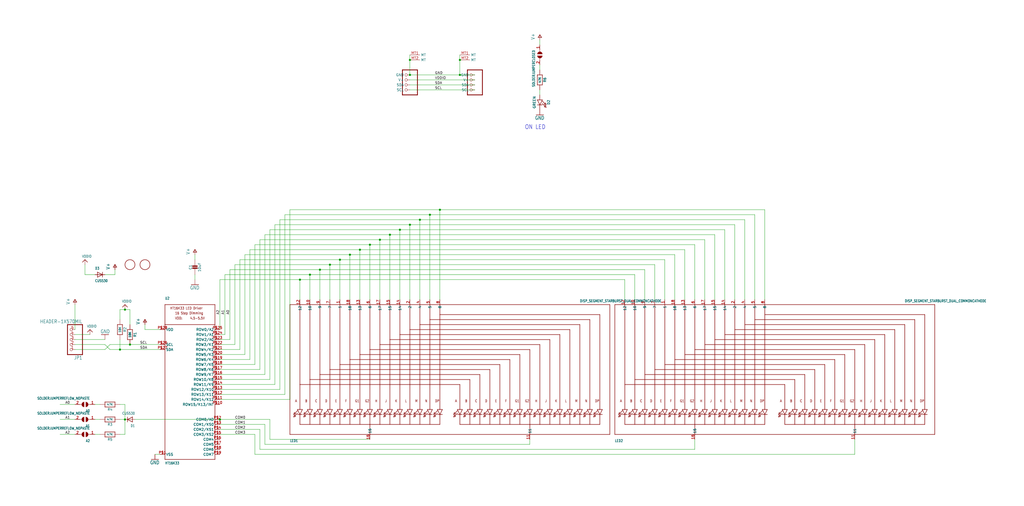
<source format=kicad_sch>
(kicad_sch (version 20211123) (generator eeschema)
  (paper "User" 520.344 257.505)
  (lib_symbols
    (symbol "eagleSchem-eagle-import:CAP_CERAMIC0805-NOOUTLINE"
      (property "Reference" "C" (at -2.29 1.25 90))
      (property "Value" "CAP_CERAMIC0805-NOOUTLINE" (at 2.3 1.25 90))
      (symbol "CAP_CERAMIC0805-NOOUTLINE_1_0"
        (pin passive line (at 0 5.08 270) (length 2.54) (name "1") (number "1"))
        (pin passive line (at 0 -2.54 90) (length 2.54) (name "2") (number "2"))
      )
    )
    (symbol "eagleSchem-eagle-import:DIODESOD-323F"
      (property "Reference" "D" (at -2.54 2.54 0))
      (property "Value" "DIODESOD-323F" (at -2.54 -3.81 0))
      (symbol "DIODESOD-323F_1_0"
        (pin passive line (at -2.54 0 0) (length 2.54) (name "A") (number "A"))
        (pin passive line (at 2.54 0 180) (length 2.54) (name "C") (number "C"))
      )
    )
    (symbol "eagleSchem-eagle-import:DISP_SEGMENT_STARBURST_DUAL_COMMONCATHODE"
      (property "Reference" "LED" (at -81.28 38.1 0))
      (property "Value" "DISP_SEGMENT_STARBURST_DUAL_COMMONCATHODE" (at 66.04 -33.02 0))
      (symbol "DISP_SEGMENT_STARBURST_DUAL_COMMONCATHODE_1_0"
        (text "A" (at -78.74 17.78 0) (effects (font (size 1.27 1.0795)) (justify left bottom)))
        (text "A" (at 2.54 17.78 0) (effects (font (size 1.27 1.0795)) (justify left bottom)))
        (text "B" (at -73.66 17.78 0) (effects (font (size 1.27 1.0795)) (justify left bottom)))
        (text "B" (at 7.62 17.78 0) (effects (font (size 1.27 1.0795)) (justify left bottom)))
        (text "C" (at -68.58 17.78 0) (effects (font (size 1.27 1.0795)) (justify left bottom)))
        (text "C" (at 12.7 17.78 0) (effects (font (size 1.27 1.0795)) (justify left bottom)))
        (text "D" (at -63.5 17.78 0) (effects (font (size 1.27 1.0795)) (justify left bottom)))
        (text "D" (at 17.78 17.78 0) (effects (font (size 1.27 1.0795)) (justify left bottom)))
        (text "DP" (at -7.62 17.78 0) (effects (font (size 1.27 1.0795)) (justify left bottom)))
        (text "DP" (at 73.66 17.78 0) (effects (font (size 1.27 1.0795)) (justify left bottom)))
        (text "E" (at -58.42 17.78 0) (effects (font (size 1.27 1.0795)) (justify left bottom)))
        (text "E" (at 22.86 17.78 0) (effects (font (size 1.27 1.0795)) (justify left bottom)))
        (text "F" (at -53.34 17.78 0) (effects (font (size 1.27 1.0795)) (justify left bottom)))
        (text "F" (at 27.94 17.78 0) (effects (font (size 1.27 1.0795)) (justify left bottom)))
        (text "G1" (at -48.26 17.78 0) (effects (font (size 1.27 1.0795)) (justify left bottom)))
        (text "G1" (at 33.02 17.78 0) (effects (font (size 1.27 1.0795)) (justify left bottom)))
        (text "G2" (at -43.18 17.78 0) (effects (font (size 1.27 1.0795)) (justify left bottom)))
        (text "G2" (at 38.1 17.78 0) (effects (font (size 1.27 1.0795)) (justify left bottom)))
        (text "H" (at -38.1 17.78 0) (effects (font (size 1.27 1.0795)) (justify left bottom)))
        (text "H" (at 43.18 17.78 0) (effects (font (size 1.27 1.0795)) (justify left bottom)))
        (text "J" (at -33.02 17.78 0) (effects (font (size 1.27 1.0795)) (justify left bottom)))
        (text "J" (at 48.26 17.78 0) (effects (font (size 1.27 1.0795)) (justify left bottom)))
        (text "K" (at -27.94 17.78 0) (effects (font (size 1.27 1.0795)) (justify left bottom)))
        (text "K" (at 53.34 17.78 0) (effects (font (size 1.27 1.0795)) (justify left bottom)))
        (text "L" (at -22.86 17.78 0) (effects (font (size 1.27 1.0795)) (justify left bottom)))
        (text "L" (at 58.42 17.78 0) (effects (font (size 1.27 1.0795)) (justify left bottom)))
        (text "M" (at -17.78 17.78 0) (effects (font (size 1.27 1.0795)) (justify left bottom)))
        (text "M" (at 63.5 17.78 0) (effects (font (size 1.27 1.0795)) (justify left bottom)))
        (text "N" (at -12.7 17.78 0) (effects (font (size 1.27 1.0795)) (justify left bottom)))
        (text "N" (at 68.58 17.78 0) (effects (font (size 1.27 1.0795)) (justify left bottom)))
        (pin bidirectional line (at -55.88 -33.02 90) (length 2.54) (name "1") (number "1"))
        (pin bidirectional line (at -71.12 -33.02 90) (length 2.54) (name "10") (number "10"))
        (pin bidirectional line (at 40.64 38.1 270) (length 2.54) (name "11") (number "11"))
        (pin bidirectional line (at -76.2 -33.02 90) (length 2.54) (name "12") (number "12"))
        (pin bidirectional line (at -45.72 -33.02 90) (length 2.54) (name "13") (number "13"))
        (pin bidirectional line (at -25.4 -33.02 90) (length 2.54) (name "14") (number "14"))
        (pin bidirectional line (at -30.48 -33.02 90) (length 2.54) (name "15") (number "15"))
        (pin bidirectional line (at -40.64 38.1 270) (length 2.54) (name "16") (number "16"))
        (pin bidirectional line (at -35.56 -33.02 90) (length 2.54) (name "17") (number "17"))
        (pin bidirectional line (at -50.8 -33.02 90) (length 2.54) (name "18") (number "18"))
        (pin bidirectional line (at -20.32 -33.02 90) (length 2.54) (name "2") (number "2"))
        (pin bidirectional line (at -15.24 -33.02 90) (length 2.54) (name "4") (number "4"))
        (pin bidirectional line (at -10.16 -33.02 90) (length 2.54) (name "5") (number "5"))
        (pin bidirectional line (at -40.64 -33.02 90) (length 2.54) (name "6") (number "6"))
        (pin bidirectional line (at -60.96 -33.02 90) (length 2.54) (name "7") (number "7"))
        (pin bidirectional line (at -5.08 -33.02 90) (length 2.54) (name "8") (number "8"))
        (pin bidirectional line (at -66.04 -33.02 90) (length 2.54) (name "9") (number "9"))
      )
    )
    (symbol "eagleSchem-eagle-import:FIDUCIAL")
    (symbol "eagleSchem-eagle-import:GND" (power)
      (property "Value" "GND" (at -2.54 -2.54 0))
      (symbol "GND_1_0"
        (pin power_in line (at 0 2.54 270) (length 2.54) (name "GND") (number "1"))
      )
    )
    (symbol "eagleSchem-eagle-import:HEADER-1X570MIL"
      (property "Reference" "JP" (at -6.35 8.255 0))
      (property "Value" "HEADER-1X570MIL" (at -6.35 -10.16 0))
      (symbol "HEADER-1X570MIL_1_0"
        (pin passive inverted (at -2.54 5.08 0) (length 2.54) (name "1") (number "1"))
        (pin passive inverted (at -2.54 2.54 0) (length 2.54) (name "2") (number "2"))
        (pin passive inverted (at -2.54 0 0) (length 2.54) (name "3") (number "3"))
        (pin passive inverted (at -2.54 -2.54 0) (length 2.54) (name "4") (number "4"))
        (pin passive inverted (at -2.54 -5.08 0) (length 2.54) (name "5") (number "5"))
      )
    )
    (symbol "eagleSchem-eagle-import:HT16K33_SOP28_SKINNY"
      (property "Reference" "U" (at -12.7 40.64 0))
      (property "Value" "HT16K33_SOP28_SKINNY" (at -12.7 -43.18 0))
      (symbol "HT16K33_SOP28_SKINNY_1_0"
        (text "16 Step Dimming" (at -7.62 33.02 0) (effects (font (size 1.27 1.0795)) (justify left bottom)))
        (text "4.5-5.5V" (at 0 30.48 0) (effects (font (size 1.27 1.0795)) (justify left bottom)))
        (text "HT16K33 LED Driver" (at -10.16 35.56 0) (effects (font (size 1.27 1.0795)) (justify left bottom)))
        (text "VDD:" (at -7.62 30.48 0) (effects (font (size 1.27 1.0795)) (justify left bottom)))
        (pin bidirectional line (at -15.24 -38.1 0) (length 2.54) (name "VSS") (number "P$1"))
        (pin bidirectional line (at 15.24 -12.7 180) (length 2.54) (name "ROW15/K13/INT") (number "P$10"))
        (pin bidirectional line (at 15.24 -10.16 180) (length 2.54) (name "ROW14/K12") (number "P$11"))
        (pin bidirectional line (at 15.24 -7.62 180) (length 2.54) (name "ROW13/K11") (number "P$12"))
        (pin bidirectional line (at 15.24 -5.08 180) (length 2.54) (name "ROW12/K10") (number "P$13"))
        (pin bidirectional line (at 15.24 -2.54 180) (length 2.54) (name "ROW11/K9") (number "P$14"))
        (pin bidirectional line (at 15.24 0 180) (length 2.54) (name "ROW10/K8") (number "P$15"))
        (pin bidirectional line (at 15.24 2.54 180) (length 2.54) (name "ROW9/K7") (number "P$16"))
        (pin bidirectional line (at 15.24 5.08 180) (length 2.54) (name "ROW8/K6") (number "P$17"))
        (pin bidirectional line (at 15.24 7.62 180) (length 2.54) (name "ROW7/K5") (number "P$18"))
        (pin bidirectional line (at 15.24 10.16 180) (length 2.54) (name "ROW6/K4") (number "P$19"))
        (pin bidirectional line (at 15.24 -20.32 180) (length 2.54) (name "COM0/AD") (number "P$2"))
        (pin bidirectional line (at 15.24 12.7 180) (length 2.54) (name "ROW5/K3") (number "P$20"))
        (pin bidirectional line (at 15.24 15.24 180) (length 2.54) (name "ROW4/K2") (number "P$21"))
        (pin bidirectional line (at 15.24 17.78 180) (length 2.54) (name "ROW3/K1") (number "P$22"))
        (pin bidirectional line (at 15.24 20.32 180) (length 2.54) (name "ROW2/A0") (number "P$23"))
        (pin bidirectional line (at 15.24 22.86 180) (length 2.54) (name "ROW1/A1") (number "P$24"))
        (pin bidirectional line (at 15.24 25.4 180) (length 2.54) (name "ROW0/A2") (number "P$25"))
        (pin bidirectional line (at -15.24 17.78 0) (length 2.54) (name "SCL") (number "P$26"))
        (pin bidirectional line (at -15.24 15.24 0) (length 2.54) (name "SDA") (number "P$27"))
        (pin bidirectional line (at -15.24 25.4 0) (length 2.54) (name "VDD") (number "P$28"))
        (pin bidirectional line (at 15.24 -22.86 180) (length 2.54) (name "COM1/KS0") (number "P$3"))
        (pin bidirectional line (at 15.24 -25.4 180) (length 2.54) (name "COM2/KS1") (number "P$4"))
        (pin bidirectional line (at 15.24 -27.94 180) (length 2.54) (name "COM3/KS2") (number "P$5"))
        (pin bidirectional line (at 15.24 -30.48 180) (length 2.54) (name "COM4") (number "P$6"))
        (pin bidirectional line (at 15.24 -33.02 180) (length 2.54) (name "COM5") (number "P$7"))
        (pin bidirectional line (at 15.24 -35.56 180) (length 2.54) (name "COM6") (number "P$8"))
        (pin bidirectional line (at 15.24 -38.1 180) (length 2.54) (name "COM7") (number "P$9"))
      )
    )
    (symbol "eagleSchem-eagle-import:LED0603_NOOUTLINE"
      (property "Reference" "D" (at -1.27 4.445 0))
      (property "Value" "LED0603_NOOUTLINE" (at -1.27 -2.794 0))
      (symbol "LED0603_NOOUTLINE_1_0"
        (pin passive line (at -5.08 0 0) (length 2.54) (name "A") (number "A"))
        (pin passive line (at 2.54 0 180) (length 2.54) (name "C") (number "C"))
      )
    )
    (symbol "eagleSchem-eagle-import:RESISTOR_0603_NOOUT"
      (property "Reference" "R" (at 0 2.54 0))
      (property "Value" "RESISTOR_0603_NOOUT" (at 0 0 0))
      (symbol "RESISTOR_0603_NOOUT_1_0"
        (pin passive line (at -5.08 0 0) (length 2.54) (name "1") (number "1"))
        (pin passive line (at 5.08 0 180) (length 2.54) (name "2") (number "2"))
      )
    )
    (symbol "eagleSchem-eagle-import:SOLDERJUMPERCLOSED"
      (property "Reference" "SJ" (at -2.54 2.54 0))
      (property "Value" "SOLDERJUMPERCLOSED" (at -2.54 -3.81 0))
      (symbol "SOLDERJUMPERCLOSED_1_0"
        (pin passive line (at -5.08 0 0) (length 2.54) (name "1") (number "1"))
        (pin passive line (at 5.08 0 180) (length 2.54) (name "2") (number "2"))
      )
    )
    (symbol "eagleSchem-eagle-import:SOLDERJUMPERREFLOW_NOPASTE"
      (property "Reference" "SJ" (at -2.54 2.54 0))
      (property "Value" "SOLDERJUMPERREFLOW_NOPASTE" (at -2.54 -3.81 0))
      (symbol "SOLDERJUMPERREFLOW_NOPASTE_1_0"
        (pin passive line (at -5.08 0 0) (length 2.54) (name "1") (number "1"))
        (pin passive line (at 5.08 0 180) (length 2.54) (name "2") (number "2"))
      )
    )
    (symbol "eagleSchem-eagle-import:STEMMA_I2C_QTRA"
      (symbol "STEMMA_I2C_QTRA_1_0"
        (pin passive inverted (at 0 5.08 0) (length 2.54) (name "GND") (number "1"))
        (pin passive inverted (at 0 2.54 0) (length 2.54) (name "V+") (number "2"))
        (pin passive inverted (at 0 0 0) (length 2.54) (name "SDA") (number "3"))
        (pin passive inverted (at 0 -2.54 0) (length 2.54) (name "SCL") (number "4"))
      )
      (symbol "STEMMA_I2C_QTRA_2_0"
        (pin bidirectional line (at 0 0 0) (length 5.08) (name "MT") (number "MT1"))
      )
      (symbol "STEMMA_I2C_QTRA_3_0"
        (pin bidirectional line (at 0 0 0) (length 5.08) (name "MT") (number "MT2"))
      )
    )
    (symbol "eagleSchem-eagle-import:V+" (power)
      (property "Value" "V+" (at -2.54 -2.54 90))
      (symbol "V+_1_0"
        (pin power_in line (at 0 -2.54 90) (length 2.54) (name "V+") (number "1"))
      )
    )
    (symbol "eagleSchem-eagle-import:VDDIO" (power)
      (property "Value" "VDDIO" (at -1.524 1.016 0))
      (symbol "VDDIO_1_0"
        (pin power_in line (at 0 -2.54 90) (length 2.54) (name "VDDIO") (number "1"))
      )
    )
  )
  (junction (at 167.64 134.62))
  (junction (at 198.12 119.38))
  (junction (at 66.04 175.26))
  (junction (at 193.04 121.92))
  (junction (at 208.28 30.48))
  (junction (at 152.4 142.24))
  (junction (at 111.76 213.36))
  (junction (at 233.68 38.1))
  (junction (at 157.48 139.7))
  (junction (at 60.96 177.8))
  (junction (at 182.88 127))
  (junction (at 213.36 111.76))
  (junction (at 63.5 213.36))
  (junction (at 172.72 132.08))
  (junction (at 208.28 114.3))
  (junction (at 208.28 38.1))
  (junction (at 63.5 157.48))
  (junction (at 233.68 30.48))
  (junction (at 218.44 109.22))
  (junction (at 177.8 129.54))
  (junction (at 223.52 106.68))
  (junction (at 162.56 137.16))
  (junction (at 187.96 124.46))
  (junction (at 203.2 116.84))
  (wire (pts (xy 119.38 175.26) (xy 119.38 134.62)))
  (wire (pts (xy 111.76 182.88) (xy 127 182.88)))
  (wire (pts (xy 111.76 172.72) (xy 116.84 172.72)))
  (wire (pts (xy 38.1 175.26) (xy 53.34 175.26)))
  (wire (pts (xy 241.3 43.18) (xy 208.28 43.18)))
  (wire (pts (xy 208.28 114.3) (xy 373.38 114.3)))
  (wire (pts (xy 119.38 134.62) (xy 167.64 134.62)))
  (wire (pts (xy 55.88 177.8) (xy 60.96 177.8)))
  (wire (pts (xy 50.8 220.98) (xy 48.26 220.98)))
  (wire (pts (xy 111.76 193.04) (xy 137.16 193.04)))
  (wire (pts (xy 121.92 132.08) (xy 172.72 132.08)))
  (wire (pts (xy 241.3 40.64) (xy 208.28 40.64)))
  (wire (pts (xy 353.06 124.46) (xy 353.06 152.4)))
  (wire (pts (xy 73.66 167.64) (xy 73.66 165.1)))
  (wire (pts (xy 152.4 142.24) (xy 152.4 152.4)))
  (wire (pts (xy 233.68 30.48) (xy 233.68 27.94)))
  (wire (pts (xy 322.58 139.7) (xy 322.58 152.4)))
  (wire (pts (xy 137.16 193.04) (xy 137.16 116.84)))
  (wire (pts (xy 327.66 137.16) (xy 327.66 152.4)))
  (wire (pts (xy 60.96 220.98) (xy 63.5 220.98)))
  (wire (pts (xy 177.8 129.54) (xy 177.8 152.4)))
  (wire (pts (xy 124.46 129.54) (xy 177.8 129.54)))
  (wire (pts (xy 81.28 177.8) (xy 60.96 177.8)))
  (wire (pts (xy 132.08 121.92) (xy 193.04 121.92)))
  (wire (pts (xy 187.96 124.46) (xy 353.06 124.46)))
  (wire (pts (xy 368.3 116.84) (xy 368.3 152.4)))
  (wire (pts (xy 111.76 195.58) (xy 139.7 195.58)))
  (wire (pts (xy 48.26 139.7) (xy 43.18 139.7)))
  (wire (pts (xy 132.08 218.44) (xy 132.08 228.6)))
  (wire (pts (xy 167.64 134.62) (xy 167.64 152.4)))
  (wire (pts (xy 111.76 170.18) (xy 114.3 170.18)))
  (wire (pts (xy 208.28 30.48) (xy 208.28 38.1)))
  (wire (pts (xy 45.72 170.18) (xy 38.1 170.18)))
  (wire (pts (xy 111.76 167.64) (xy 111.76 142.24)))
  (wire (pts (xy 434.34 231.14) (xy 434.34 223.52)))
  (wire (pts (xy 60.96 162.56) (xy 60.96 157.48)))
  (wire (pts (xy 269.24 226.06) (xy 269.24 223.52)))
  (wire (pts (xy 167.64 134.62) (xy 332.74 134.62)))
  (wire (pts (xy 137.16 213.36) (xy 137.16 223.52)))
  (wire (pts (xy 50.8 213.36) (xy 48.26 213.36)))
  (wire (pts (xy 129.54 185.42) (xy 129.54 124.46)))
  (wire (pts (xy 124.46 180.34) (xy 124.46 129.54)))
  (wire (pts (xy 332.74 134.62) (xy 332.74 152.4)))
  (wire (pts (xy 193.04 121.92) (xy 193.04 152.4)))
  (wire (pts (xy 132.08 187.96) (xy 132.08 121.92)))
  (wire (pts (xy 134.62 190.5) (xy 134.62 119.38)))
  (wire (pts (xy 81.28 167.64) (xy 73.66 167.64)))
  (wire (pts (xy 241.3 38.1) (xy 233.68 38.1)))
  (wire (pts (xy 116.84 137.16) (xy 162.56 137.16)))
  (wire (pts (xy 203.2 116.84) (xy 368.3 116.84)))
  (wire (pts (xy 111.76 187.96) (xy 132.08 187.96)))
  (wire (pts (xy 111.76 198.12) (xy 142.24 198.12)))
  (wire (pts (xy 137.16 116.84) (xy 203.2 116.84)))
  (wire (pts (xy 162.56 137.16) (xy 327.66 137.16)))
  (wire (pts (xy 38.1 167.64) (xy 38.1 154.94)))
  (wire (pts (xy 152.4 142.24) (xy 317.5 142.24)))
  (wire (pts (xy 111.76 203.2) (xy 147.32 203.2)))
  (wire (pts (xy 142.24 198.12) (xy 142.24 111.76)))
  (wire (pts (xy 30.48 205.74) (xy 38.1 205.74)))
  (wire (pts (xy 353.06 228.6) (xy 353.06 223.52)))
  (wire (pts (xy 142.24 111.76) (xy 213.36 111.76)))
  (wire (pts (xy 233.68 38.1) (xy 233.68 30.48)))
  (wire (pts (xy 274.32 33.02) (xy 274.32 35.56)))
  (wire (pts (xy 134.62 226.06) (xy 269.24 226.06)))
  (wire (pts (xy 111.76 180.34) (xy 124.46 180.34)))
  (wire (pts (xy 127 127) (xy 182.88 127)))
  (wire (pts (xy 111.76 213.36) (xy 137.16 213.36)))
  (wire (pts (xy 60.96 177.8) (xy 60.96 172.72)))
  (wire (pts (xy 58.42 139.7) (xy 53.34 139.7)))
  (wire (pts (xy 157.48 139.7) (xy 322.58 139.7)))
  (wire (pts (xy 274.32 48.26) (xy 274.32 45.72)))
  (wire (pts (xy 147.32 203.2) (xy 147.32 106.68)))
  (wire (pts (xy 134.62 119.38) (xy 198.12 119.38)))
  (wire (pts (xy 53.34 177.8) (xy 38.1 177.8)))
  (wire (pts (xy 213.36 111.76) (xy 378.46 111.76)))
  (wire (pts (xy 203.2 116.84) (xy 203.2 152.4)))
  (wire (pts (xy 139.7 195.58) (xy 139.7 114.3)))
  (wire (pts (xy 383.54 109.22) (xy 383.54 152.4)))
  (wire (pts (xy 223.52 106.68) (xy 388.62 106.68)))
  (wire (pts (xy 233.68 38.1) (xy 208.28 38.1)))
  (wire (pts (xy 66.04 157.48) (xy 66.04 165.1)))
  (wire (pts (xy 111.76 215.9) (xy 134.62 215.9)))
  (wire (pts (xy 274.32 20.32) (xy 274.32 22.86)))
  (wire (pts (xy 213.36 111.76) (xy 213.36 152.4)))
  (wire (pts (xy 111.76 220.98) (xy 129.54 220.98)))
  (wire (pts (xy 111.76 185.42) (xy 129.54 185.42)))
  (wire (pts (xy 317.5 142.24) (xy 317.5 152.4)))
  (wire (pts (xy 53.34 172.72) (xy 38.1 172.72)))
  (wire (pts (xy 68.58 213.36) (xy 111.76 213.36)))
  (wire (pts (xy 182.88 127) (xy 347.98 127)))
  (wire (pts (xy 358.14 121.92) (xy 358.14 152.4)))
  (wire (pts (xy 63.5 213.36) (xy 63.5 205.74)))
  (wire (pts (xy 38.1 220.98) (xy 30.48 220.98)))
  (wire (pts (xy 99.06 129.54) (xy 99.06 132.08)))
  (wire (pts (xy 50.8 205.74) (xy 48.26 205.74)))
  (wire (pts (xy 241.3 45.72) (xy 208.28 45.72)))
  (wire (pts (xy 363.22 119.38) (xy 363.22 152.4)))
  (wire (pts (xy 129.54 124.46) (xy 187.96 124.46)))
  (wire (pts (xy 198.12 119.38) (xy 363.22 119.38)))
  (wire (pts (xy 99.06 142.24) (xy 99.06 139.7)))
  (wire (pts (xy 139.7 114.3) (xy 208.28 114.3)))
  (wire (pts (xy 66.04 175.26) (xy 55.88 175.26)))
  (wire (pts (xy 63.5 157.48) (xy 66.04 157.48)))
  (wire (pts (xy 137.16 223.52) (xy 187.96 223.52)))
  (wire (pts (xy 38.1 213.36) (xy 30.48 213.36)))
  (wire (pts (xy 55.88 175.26) (xy 53.34 177.8)))
  (wire (pts (xy 218.44 109.22) (xy 383.54 109.22)))
  (wire (pts (xy 111.76 142.24) (xy 152.4 142.24)))
  (wire (pts (xy 172.72 132.08) (xy 172.72 152.4)))
  (wire (pts (xy 116.84 172.72) (xy 116.84 137.16)))
  (wire (pts (xy 127 182.88) (xy 127 127)))
  (wire (pts (xy 63.5 220.98) (xy 63.5 213.36)))
  (wire (pts (xy 129.54 220.98) (xy 129.54 231.14)))
  (wire (pts (xy 208.28 27.94) (xy 208.28 30.48)))
  (wire (pts (xy 111.76 175.26) (xy 119.38 175.26)))
  (wire (pts (xy 182.88 127) (xy 182.88 152.4)))
  (wire (pts (xy 223.52 106.68) (xy 223.52 152.4)))
  (wire (pts (xy 337.82 132.08) (xy 337.82 152.4)))
  (wire (pts (xy 60.96 205.74) (xy 63.5 205.74)))
  (wire (pts (xy 111.76 177.8) (xy 121.92 177.8)))
  (wire (pts (xy 193.04 121.92) (xy 358.14 121.92)))
  (wire (pts (xy 114.3 170.18) (xy 114.3 139.7)))
  (wire (pts (xy 58.42 137.16) (xy 58.42 139.7)))
  (wire (pts (xy 114.3 139.7) (xy 157.48 139.7)))
  (wire (pts (xy 373.38 114.3) (xy 373.38 152.4)))
  (wire (pts (xy 111.76 218.44) (xy 132.08 218.44)))
  (wire (pts (xy 129.54 231.14) (xy 434.34 231.14)))
  (wire (pts (xy 208.28 114.3) (xy 208.28 152.4)))
  (wire (pts (xy 60.96 213.36) (xy 63.5 213.36)))
  (wire (pts (xy 53.34 175.26) (xy 55.88 177.8)))
  (wire (pts (xy 157.48 139.7) (xy 157.48 152.4)))
  (wire (pts (xy 43.18 139.7) (xy 43.18 134.62)))
  (wire (pts (xy 187.96 124.46) (xy 187.96 152.4)))
  (wire (pts (xy 134.62 215.9) (xy 134.62 226.06)))
  (wire (pts (xy 132.08 228.6) (xy 353.06 228.6)))
  (wire (pts (xy 121.92 177.8) (xy 121.92 132.08)))
  (wire (pts (xy 378.46 111.76) (xy 378.46 152.4)))
  (wire (pts (xy 111.76 190.5) (xy 134.62 190.5)))
  (wire (pts (xy 111.76 200.66) (xy 144.78 200.66)))
  (wire (pts (xy 60.96 157.48) (xy 63.5 157.48)))
  (wire (pts (xy 144.78 109.22) (xy 218.44 109.22)))
  (wire (pts (xy 144.78 200.66) (xy 144.78 109.22)))
  (wire (pts (xy 147.32 106.68) (xy 223.52 106.68)))
  (wire (pts (xy 388.62 106.68) (xy 388.62 152.4)))
  (wire (pts (xy 347.98 127) (xy 347.98 152.4)))
  (wire (pts (xy 177.8 129.54) (xy 342.9 129.54)))
  (wire (pts (xy 342.9 129.54) (xy 342.9 152.4)))
  (wire (pts (xy 162.56 137.16) (xy 162.56 152.4)))
  (wire (pts (xy 218.44 109.22) (xy 218.44 152.4)))
  (wire (pts (xy 172.72 132.08) (xy 337.82 132.08)))
  (wire (pts (xy 78.74 231.14) (xy 81.28 231.14)))
  (wire (pts (xy 198.12 119.38) (xy 198.12 152.4)))
  (wire (pts (xy 81.28 175.26) (xy 66.04 175.26)))
  (text "ON LED" (at 266.7 66.04 180) (effects (font (size 2.1844 1.8567)) (justify left bottom)))
  (label "SCL" (at 71.12 175.26 0) (effects (font (size 1.2446 1.2446))))
  (label "COM3" (at 119.38 220.98 0) (effects (font (size 1.2446 1.2446))))
  (label "GND" (at 220.98 38.1 0) (effects (font (size 1.2446 1.2446))))
  (label "SDA" (at 71.12 177.8 0) (effects (font (size 1.2446 1.2446))))
  (label "COM2" (at 119.38 218.44 0) (effects (font (size 1.2446 1.2446))))
  (label "A1" (at 114.3 160.02 90) (effects (font (size 1.2446 1.2446))))
  (label "SDA" (at 220.98 43.18 0) (effects (font (size 1.2446 1.2446))))
  (label "A2" (at 111.76 160.02 90) (effects (font (size 1.2446 1.2446))))
  (label "COM0" (at 119.38 213.36 0) (effects (font (size 1.2446 1.2446))))
  (label "COM1" (at 119.38 215.9 0) (effects (font (size 1.2446 1.2446))))
  (label "A0" (at 116.84 160.02 90) (effects (font (size 1.2446 1.2446))))
  (label "VDDIO" (at 220.98 40.64 0) (effects (font (size 1.2446 1.2446))))
  (label "A0" (at 35.56 205.74 180) (effects (font (size 1.2446 1.2446))))
  (label "A1" (at 35.56 213.36 180) (effects (font (size 1.2446 1.2446))))
  (label "A2" (at 35.56 220.98 180) (effects (font (size 1.2446 1.2446))))
  (label "SCL" (at 220.98 45.72 0) (effects (font (size 1.2446 1.2446))))
  (symbol (lib_id "eagleSchem-eagle-import:V+") (at 274.32 17.78 0) (unit 1)
    (property "Reference" "#P+5" (effects hide))
    (property "Value" "V+" (at 271.78 20.32 90) (effects (font (size 1.778 1.5113)) (justify left bottom)))
    (property "Footprint" "eagleSchem:" (effects hide))
  )
  (symbol (lib_id "eagleSchem-eagle-import:CAP_CERAMIC0805-NOOUTLINE") (at 99.06 137.16 0) (unit 1)
    (property "Reference" "C1" (at 96.77 135.91 90))
    (property "Value" "10uF" (at 101.36 135.91 90))
    (property "Footprint" "eagleSchem:0805-NO" (effects hide))
  )
  (symbol (lib_id "eagleSchem-eagle-import:STEMMA_I2C_QTRA") (at 208.28 43.18 0) (mirror y) (unit 1)
    (property "Reference" "CONN1" (effects hide))
    (property "Value" "STEMMA_I2C_QTRA" (effects hide))
    (property "Footprint" "eagleSchem:JST_SH4_RA" (effects hide))
  )
  (symbol (lib_id "eagleSchem-eagle-import:FIDUCIAL") (at 73.66 134.62 0) (unit 1)
    (property "Reference" "U$2" (effects hide))
    (property "Value" "FIDUCIAL" (effects hide))
    (property "Footprint" "eagleSchem:FIDUCIAL_1MM" (effects hide))
  )
  (symbol (lib_id "eagleSchem-eagle-import:V+") (at 99.06 127 0) (unit 1)
    (property "Reference" "#P+1" (effects hide))
    (property "Value" "V+" (at 96.52 129.54 90) (effects (font (size 1.778 1.5113)) (justify left bottom)))
    (property "Footprint" "eagleSchem:" (effects hide))
  )
  (symbol (lib_id "eagleSchem-eagle-import:FIDUCIAL") (at 66.04 134.62 0) (unit 1)
    (property "Reference" "U$1" (effects hide))
    (property "Value" "FIDUCIAL" (effects hide))
    (property "Footprint" "eagleSchem:FIDUCIAL_1MM" (effects hide))
  )
  (symbol (lib_id "eagleSchem-eagle-import:DISP_SEGMENT_STARBURST_DUAL_COMMONCATHODE") (at 393.7 185.42 0) (mirror x) (unit 1)
    (property "Reference" "LED2" (at 312.42 223.52 0) (effects (font (size 1.27 1.0795)) (justify left bottom)))
    (property "Value" "DISP_SEGMENT_STARBURST_DUAL_COMMONCATHODE" (at 459.74 152.4 0) (effects (font (size 1.27 1.0795)) (justify left bottom)))
    (property "Footprint" "eagleSchem:SEGMENT_STARTBUST_DUAL_KWA-541CBB" (effects hide))
  )
  (symbol (lib_id "eagleSchem-eagle-import:RESISTOR_0603_NOOUT") (at 55.88 213.36 180) (unit 1)
    (property "Reference" "R3" (at 55.88 215.9 0))
    (property "Value" "47K" (at 55.88 213.36 0) (effects (font (size 1.016 1.016) bold)))
    (property "Footprint" "eagleSchem:0603-NO" (effects hide))
  )
  (symbol (lib_id "eagleSchem-eagle-import:RESISTOR_0603_NOOUT") (at 60.96 167.64 270) (unit 1)
    (property "Reference" "R2" (at 63.5 167.64 0))
    (property "Value" "10K" (at 60.96 167.64 0) (effects (font (size 1.016 1.016) bold)))
    (property "Footprint" "eagleSchem:0603-NO" (effects hide))
  )
  (symbol (lib_id "eagleSchem-eagle-import:DIODESOD-323F") (at 66.04 213.36 180) (unit 1)
    (property "Reference" "D1" (at 68.58 215.9 0) (effects (font (size 1.27 1.0795)) (justify left bottom)))
    (property "Value" "CUS530" (at 68.58 209.55 0) (effects (font (size 1.27 1.0795)) (justify left bottom)))
    (property "Footprint" "eagleSchem:SOD-323F" (effects hide))
  )
  (symbol (lib_id "eagleSchem-eagle-import:V+") (at 73.66 162.56 0) (unit 1)
    (property "Reference" "#P+4" (effects hide))
    (property "Value" "V+" (at 71.12 165.1 90) (effects (font (size 1.778 1.5113)) (justify left bottom)))
    (property "Footprint" "eagleSchem:" (effects hide))
  )
  (symbol (lib_id "eagleSchem-eagle-import:DIODESOD-323F") (at 50.8 139.7 0) (unit 1)
    (property "Reference" "D3" (at 48.26 137.16 0) (effects (font (size 1.27 1.0795)) (justify left bottom)))
    (property "Value" "CUS530" (at 48.26 143.51 0) (effects (font (size 1.27 1.0795)) (justify left bottom)))
    (property "Footprint" "eagleSchem:SOD-323F" (effects hide))
  )
  (symbol (lib_id "eagleSchem-eagle-import:VDDIO") (at 43.18 132.08 0) (unit 1)
    (property "Reference" "#U$4" (effects hide))
    (property "Value" "VDDIO" (at 41.656 131.064 0) (effects (font (size 1.27 1.0795)) (justify left bottom)))
    (property "Footprint" "eagleSchem:" (effects hide))
  )
  (symbol (lib_id "eagleSchem-eagle-import:GND") (at 53.34 170.18 180) (unit 1)
    (property "Reference" "#GND2" (effects hide))
    (property "Value" "GND" (at 55.88 167.64 0) (effects (font (size 1.778 1.5113)) (justify left bottom)))
    (property "Footprint" "eagleSchem:" (effects hide))
  )
  (symbol (lib_id "eagleSchem-eagle-import:HT16K33_SOP28_SKINNY") (at 96.52 193.04 0) (unit 1)
    (property "Reference" "U2" (at 83.82 152.4 0) (effects (font (size 1.27 1.0795)) (justify left bottom)))
    (property "Value" "HT16K33" (at 83.82 236.22 0) (effects (font (size 1.27 1.0795)) (justify left bottom)))
    (property "Footprint" "eagleSchem:SOP28_300MIL_SKINNY" (effects hide))
  )
  (symbol (lib_id "eagleSchem-eagle-import:HEADER-1X570MIL") (at 35.56 172.72 180) (unit 1)
    (property "Reference" "JP1" (at 41.91 180.975 0) (effects (font (size 1.778 1.5113)) (justify left bottom)))
    (property "Value" "HEADER-1X570MIL" (at 41.91 162.56 0) (effects (font (size 1.778 1.5113)) (justify left bottom)))
    (property "Footprint" "eagleSchem:1X05_ROUND_70" (effects hide))
  )
  (symbol (lib_id "eagleSchem-eagle-import:RESISTOR_0603_NOOUT") (at 55.88 205.74 180) (unit 1)
    (property "Reference" "R4" (at 55.88 208.28 0))
    (property "Value" "47K" (at 55.88 205.74 0) (effects (font (size 1.016 1.016) bold)))
    (property "Footprint" "eagleSchem:0603-NO" (effects hide))
  )
  (symbol (lib_id "eagleSchem-eagle-import:DISP_SEGMENT_STARBURST_DUAL_COMMONCATHODE") (at 228.6 185.42 0) (mirror x) (unit 1)
    (property "Reference" "LED1" (at 147.32 223.52 0) (effects (font (size 1.27 1.0795)) (justify left bottom)))
    (property "Value" "DISP_SEGMENT_STARBURST_DUAL_COMMONCATHODE" (at 294.64 152.4 0) (effects (font (size 1.27 1.0795)) (justify left bottom)))
    (property "Footprint" "eagleSchem:SEGMENT_STARTBUST_DUAL_KWA-541CBB" (effects hide))
  )
  (symbol (lib_id "eagleSchem-eagle-import:GND") (at 78.74 233.68 0) (unit 1)
    (property "Reference" "#GND5" (effects hide))
    (property "Value" "GND" (at 76.2 236.22 0) (effects (font (size 1.778 1.5113)) (justify left bottom)))
    (property "Footprint" "eagleSchem:" (effects hide))
  )
  (symbol (lib_id "eagleSchem-eagle-import:STEMMA_I2C_QTRA") (at 208.28 27.94 0) (unit 2)
    (property "Reference" "CONN1" (effects hide))
    (property "Value" "STEMMA_I2C_QTRA" (effects hide))
    (property "Footprint" "eagleSchem:JST_SH4_RA" (effects hide))
  )
  (symbol (lib_id "eagleSchem-eagle-import:RESISTOR_0603_NOOUT") (at 55.88 220.98 180) (unit 1)
    (property "Reference" "R5" (at 55.88 223.52 0))
    (property "Value" "47K" (at 55.88 220.98 0) (effects (font (size 1.016 1.016) bold)))
    (property "Footprint" "eagleSchem:0603-NO" (effects hide))
  )
  (symbol (lib_id "eagleSchem-eagle-import:VDDIO") (at 45.72 167.64 0) (unit 1)
    (property "Reference" "#U$9" (effects hide))
    (property "Value" "VDDIO" (at 44.196 166.624 0) (effects (font (size 1.27 1.0795)) (justify left bottom)))
    (property "Footprint" "eagleSchem:" (effects hide))
  )
  (symbol (lib_id "eagleSchem-eagle-import:STEMMA_I2C_QTRA") (at 233.68 30.48 0) (unit 3)
    (property "Reference" "CONN2" (effects hide))
    (property "Value" "STEMMA_I2C_QTRA" (effects hide))
    (property "Footprint" "eagleSchem:JST_SH4_RA" (effects hide))
  )
  (symbol (lib_id "eagleSchem-eagle-import:RESISTOR_0603_NOOUT") (at 66.04 170.18 270) (unit 1)
    (property "Reference" "R1" (at 68.58 170.18 0))
    (property "Value" "10K" (at 66.04 170.18 0) (effects (font (size 1.016 1.016) bold)))
    (property "Footprint" "eagleSchem:0603-NO" (effects hide))
  )
  (symbol (lib_id "eagleSchem-eagle-import:STEMMA_I2C_QTRA") (at 208.28 30.48 0) (unit 3)
    (property "Reference" "CONN1" (effects hide))
    (property "Value" "STEMMA_I2C_QTRA" (effects hide))
    (property "Footprint" "eagleSchem:JST_SH4_RA" (effects hide))
  )
  (symbol (lib_id "eagleSchem-eagle-import:V+") (at 58.42 134.62 0) (unit 1)
    (property "Reference" "#P+2" (effects hide))
    (property "Value" "V+" (at 55.88 137.16 90) (effects (font (size 1.778 1.5113)) (justify left bottom)))
    (property "Footprint" "eagleSchem:" (effects hide))
  )
  (symbol (lib_id "eagleSchem-eagle-import:SOLDERJUMPERCLOSED") (at 274.32 27.94 270) (unit 1)
    (property "Reference" "LEDJMP0" (effects hide))
    (property "Value" "SOLDERJUMPERCLOSED" (at 270.51 25.4 0) (effects (font (size 1.27 1.0795)) (justify left bottom)))
    (property "Footprint" "eagleSchem:SOLDERJUMPER_CLOSEDWIRE" (effects hide))
  )
  (symbol (lib_id "eagleSchem-eagle-import:STEMMA_I2C_QTRA") (at 241.3 43.18 0) (mirror y) (unit 1)
    (property "Reference" "CONN2" (effects hide))
    (property "Value" "STEMMA_I2C_QTRA" (effects hide))
    (property "Footprint" "eagleSchem:JST_SH4_RA" (effects hide))
  )
  (symbol (lib_id "eagleSchem-eagle-import:GND") (at 99.06 144.78 0) (unit 1)
    (property "Reference" "#GND3" (effects hide))
    (property "Value" "GND" (at 96.52 147.32 0) (effects (font (size 1.778 1.5113)) (justify left bottom)))
    (property "Footprint" "eagleSchem:" (effects hide))
  )
  (symbol (lib_id "eagleSchem-eagle-import:GND") (at 274.32 58.42 0) (unit 1)
    (property "Reference" "#GND6" (effects hide))
    (property "Value" "GND" (at 271.78 60.96 0) (effects (font (size 1.778 1.5113)) (justify left bottom)))
    (property "Footprint" "eagleSchem:" (effects hide))
  )
  (symbol (lib_id "eagleSchem-eagle-import:V+") (at 38.1 152.4 0) (unit 1)
    (property "Reference" "#P+3" (effects hide))
    (property "Value" "V+" (at 35.56 154.94 90) (effects (font (size 1.778 1.5113)) (justify left bottom)))
    (property "Footprint" "eagleSchem:" (effects hide))
  )
  (symbol (lib_id "eagleSchem-eagle-import:RESISTOR_0603_NOOUT") (at 274.32 40.64 270) (unit 1)
    (property "Reference" "R6" (at 276.86 40.64 0))
    (property "Value" "47K" (at 274.32 40.64 0) (effects (font (size 1.016 1.016) bold)))
    (property "Footprint" "eagleSchem:0603-NO" (effects hide))
  )
  (symbol (lib_id "eagleSchem-eagle-import:SOLDERJUMPERREFLOW_NOPASTE") (at 43.18 213.36 180) (unit 1)
    (property "Reference" "A1" (at 45.72 215.9 0) (effects (font (size 1.27 1.0795)) (justify left bottom)))
    (property "Value" "SOLDERJUMPERREFLOW_NOPASTE" (at 45.72 209.55 0) (effects (font (size 1.27 1.0795)) (justify left bottom)))
    (property "Footprint" "eagleSchem:SOLDERJUMPER_REFLOW_NOPASTE" (effects hide))
  )
  (symbol (lib_id "eagleSchem-eagle-import:SOLDERJUMPERREFLOW_NOPASTE") (at 43.18 205.74 180) (unit 1)
    (property "Reference" "A0" (at 45.72 208.28 0) (effects (font (size 1.27 1.0795)) (justify left bottom)))
    (property "Value" "SOLDERJUMPERREFLOW_NOPASTE" (at 45.72 201.93 0) (effects (font (size 1.27 1.0795)) (justify left bottom)))
    (property "Footprint" "eagleSchem:SOLDERJUMPER_REFLOW_NOPASTE" (effects hide))
  )
  (symbol (lib_id "eagleSchem-eagle-import:LED0603_NOOUTLINE") (at 274.32 53.34 270) (unit 1)
    (property "Reference" "D2" (at 278.765 52.07 0))
    (property "Value" "GREEN" (at 271.526 52.07 0))
    (property "Footprint" "eagleSchem:CHIPLED_0603_NOOUTLINE" (effects hide))
  )
  (symbol (lib_id "eagleSchem-eagle-import:SOLDERJUMPERREFLOW_NOPASTE") (at 43.18 220.98 180) (unit 1)
    (property "Reference" "A2" (at 45.72 223.52 0) (effects (font (size 1.27 1.0795)) (justify left bottom)))
    (property "Value" "SOLDERJUMPERREFLOW_NOPASTE" (at 45.72 217.17 0) (effects (font (size 1.27 1.0795)) (justify left bottom)))
    (property "Footprint" "eagleSchem:SOLDERJUMPER_REFLOW_NOPASTE" (effects hide))
  )
  (symbol (lib_id "eagleSchem-eagle-import:VDDIO") (at 63.5 154.94 0) (unit 1)
    (property "Reference" "#U$5" (effects hide))
    (property "Value" "VDDIO" (at 61.976 153.924 0) (effects (font (size 1.27 1.0795)) (justify left bottom)))
    (property "Footprint" "eagleSchem:" (effects hide))
  )
  (symbol (lib_id "eagleSchem-eagle-import:STEMMA_I2C_QTRA") (at 233.68 27.94 0) (unit 2)
    (property "Reference" "CONN2" (effects hide))
    (property "Value" "STEMMA_I2C_QTRA" (effects hide))
    (property "Footprint" "eagleSchem:JST_SH4_RA" (effects hide))
  )
)
</source>
